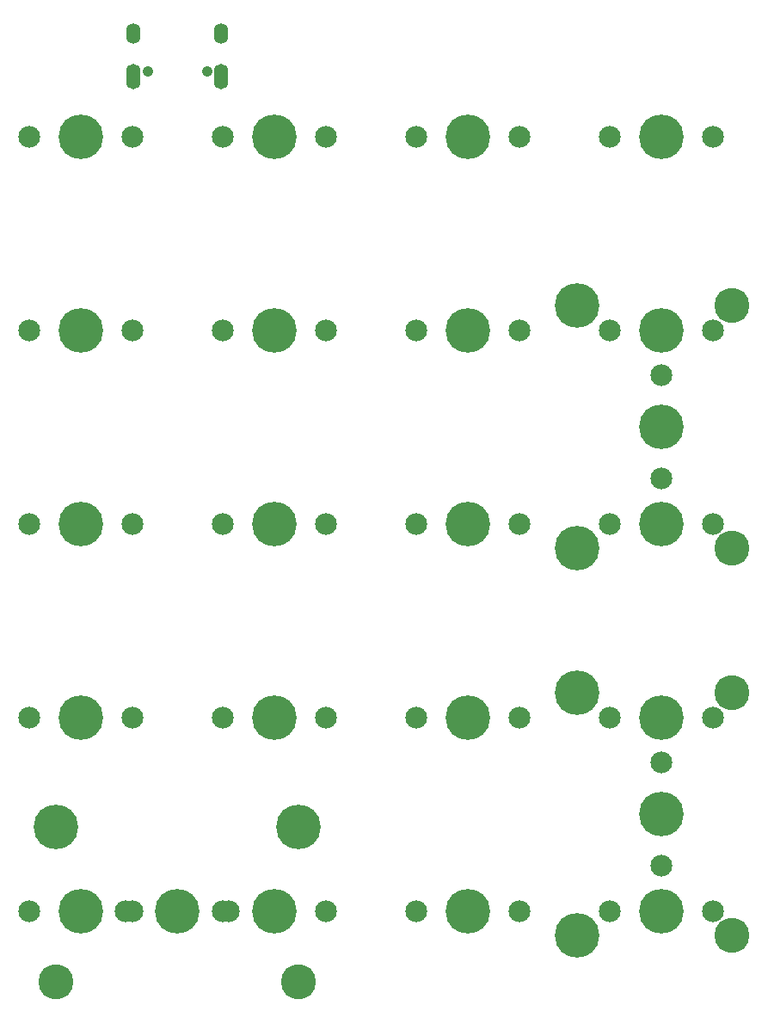
<source format=gts>
%TF.GenerationSoftware,KiCad,Pcbnew,(7.0.0)*%
%TF.CreationDate,2023-03-11T20:18:40+01:00*%
%TF.ProjectId,Voyager20-TQFP,566f7961-6765-4723-9230-2d545146502e,rev?*%
%TF.SameCoordinates,Original*%
%TF.FileFunction,Soldermask,Top*%
%TF.FilePolarity,Negative*%
%FSLAX46Y46*%
G04 Gerber Fmt 4.6, Leading zero omitted, Abs format (unit mm)*
G04 Created by KiCad (PCBNEW (7.0.0)) date 2023-03-11 20:18:40*
%MOMM*%
%LPD*%
G01*
G04 APERTURE LIST*
%ADD10C,2.150000*%
%ADD11C,4.387800*%
%ADD12C,3.448000*%
%ADD13C,1.050000*%
%ADD14O,1.400000X2.000000*%
%ADD15O,1.400000X2.500000*%
G04 APERTURE END LIST*
D10*
X42545000Y-39687500D03*
D11*
X47625000Y-39687500D03*
D10*
X52705000Y-39687500D03*
X61595000Y-39687500D03*
D11*
X66675000Y-39687500D03*
D10*
X71755000Y-39687500D03*
X80645000Y-39687500D03*
D11*
X85725000Y-39687500D03*
D10*
X90805000Y-39687500D03*
X99695000Y-39687500D03*
D11*
X104775000Y-39687500D03*
D10*
X109855000Y-39687500D03*
X42545000Y-58737500D03*
D11*
X47625000Y-58737500D03*
D10*
X52705000Y-58737500D03*
X61595000Y-58737500D03*
D11*
X66675000Y-58737500D03*
D10*
X71755000Y-58737500D03*
X80645000Y-58737500D03*
D11*
X85725000Y-58737500D03*
D10*
X90805000Y-58737500D03*
X99695000Y-58737500D03*
D11*
X104775000Y-58737500D03*
D10*
X109855000Y-58737500D03*
X42545000Y-77787500D03*
D11*
X47625000Y-77787500D03*
D10*
X52705000Y-77787500D03*
X61595000Y-77787500D03*
D11*
X66675000Y-77787500D03*
D10*
X71755000Y-77787500D03*
X80645000Y-77787500D03*
D11*
X85725000Y-77787500D03*
D10*
X90805000Y-77787500D03*
X99695000Y-77787500D03*
D11*
X104775000Y-77787500D03*
D10*
X109855000Y-77787500D03*
X42545000Y-96837500D03*
D11*
X47625000Y-96837500D03*
D10*
X52705000Y-96837500D03*
X61595000Y-96837500D03*
D11*
X66675000Y-96837500D03*
D10*
X71755000Y-96837500D03*
X80645000Y-96837500D03*
D11*
X85725000Y-96837500D03*
D10*
X90805000Y-96837500D03*
X99695000Y-96837500D03*
D11*
X104775000Y-96837500D03*
D10*
X109855000Y-96837500D03*
X42545000Y-115887500D03*
D11*
X47625000Y-115887500D03*
D10*
X52705000Y-115887500D03*
X61595000Y-115887500D03*
D11*
X66675000Y-115887500D03*
D10*
X71755000Y-115887500D03*
X80645000Y-115887500D03*
D11*
X85725000Y-115887500D03*
D10*
X90805000Y-115887500D03*
X99695000Y-115887500D03*
D11*
X104775000Y-115887500D03*
D10*
X109855000Y-115887500D03*
D11*
X96520000Y-80200500D03*
D12*
X111760000Y-80200500D03*
D10*
X104775000Y-73342500D03*
D11*
X104775000Y-68262500D03*
D10*
X104775000Y-63182500D03*
D11*
X96520000Y-56324500D03*
D12*
X111760000Y-56324500D03*
D11*
X96520000Y-118300500D03*
D12*
X111760000Y-118300500D03*
D10*
X104775000Y-111442500D03*
D11*
X104775000Y-106362500D03*
D10*
X104775000Y-101282500D03*
D11*
X96520000Y-94424500D03*
D12*
X111760000Y-94424500D03*
D11*
X45212000Y-107632500D03*
D12*
X45212000Y-122872500D03*
D10*
X52070000Y-115887500D03*
D11*
X57150000Y-115887500D03*
D10*
X62230000Y-115887500D03*
D11*
X69088000Y-107632500D03*
D12*
X69088000Y-122872500D03*
D13*
X54260000Y-33237500D03*
X60040000Y-33237500D03*
D14*
X52829999Y-29587499D03*
D15*
X52829999Y-33767499D03*
D14*
X61469999Y-29587499D03*
D15*
X61469999Y-33767499D03*
M02*

</source>
